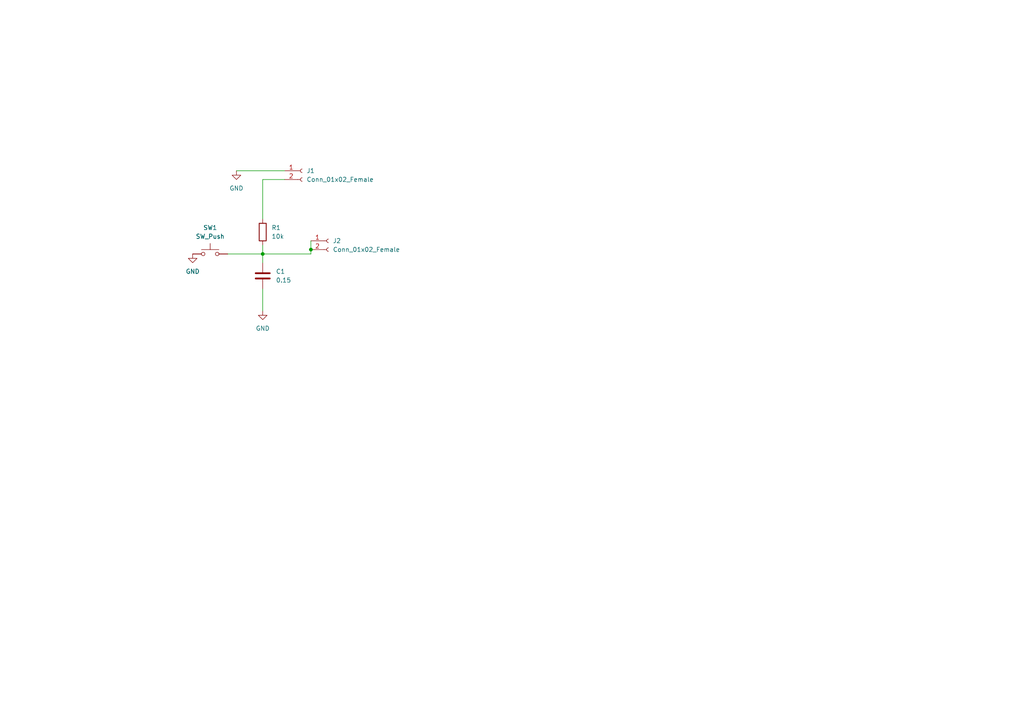
<source format=kicad_sch>
(kicad_sch (version 20211123) (generator eeschema)
  (paper "A4")
  (lib_symbols
    (symbol "Connector:Conn_01x02_Female" (pin_names (offset 1.016) hide)
      (property "Reference" "J" (at 0 2.54 0))
      (property "Value" "Conn_01x02_Female" (at 0 -5.08 0))
      (symbol "Conn_01x02_Female_1_1"
        (arc (start 0 -2.032) (mid -0.508 -2.54) (end 0 -3.048) (stroke (width 0.1524)))
        (polyline (pts (xy -1.27 -2.54) (xy -0.508 -2.54)) (stroke (width 0.1524)))
        (polyline (pts (xy -1.27 0) (xy -0.508 0)) (stroke (width 0.1524)))
        (arc (start 0 0.508) (mid -0.508 0) (end 0 -0.508) (stroke (width 0.1524)))
        (pin passive line (at -5.08 0 0) (length 3.81) (name "Pin_1") (number "1"))
        (pin passive line (at -5.08 -2.54 0) (length 3.81) (name "Pin_2") (number "2"))
      )
    )
    (symbol "Device:C" (pin_numbers hide) (pin_names (offset 0.254))
      (property "Reference" "C" (at 0.635 2.54 0))
      (property "Value" "C" (at 0.635 -2.54 0))
      (symbol "C_0_1"
        (polyline (pts (xy -2.032 -0.762) (xy 2.032 -0.762)) (stroke (width 0.508)))
        (polyline (pts (xy -2.032 0.762) (xy 2.032 0.762)) (stroke (width 0.508)))
      )
      (symbol "C_1_1"
        (pin passive line (at 0 3.81 270) (length 2.794) (name "~") (number "1"))
        (pin passive line (at 0 -3.81 90) (length 2.794) (name "~") (number "2"))
      )
    )
    (symbol "Device:R" (pin_numbers hide) (pin_names (offset 0))
      (property "Reference" "R" (at 2.032 0 90))
      (property "Value" "R" (at 0 0 90))
      (symbol "R_0_1"
        (rectangle (start -1.016 -2.54) (end 1.016 2.54) (stroke (width 0.254)))
      )
      (symbol "R_1_1"
        (pin passive line (at 0 3.81 270) (length 1.27) (name "~") (number "1"))
        (pin passive line (at 0 -3.81 90) (length 1.27) (name "~") (number "2"))
      )
    )
    (symbol "Switch:SW_Push" (pin_numbers hide) (pin_names (offset 1.016) hide)
      (property "Reference" "SW" (at 1.27 2.54 0))
      (property "Value" "SW_Push" (at 0 -1.524 0))
      (symbol "SW_Push_0_1"
        (circle (center -2.032 0) (radius 0.508))
        (polyline (pts (xy 0 1.27) (xy 0 3.048)))
        (polyline (pts (xy 2.54 1.27) (xy -2.54 1.27)))
        (circle (center 2.032 0) (radius 0.508))
        (pin passive line (at -5.08 0 0) (length 2.54) (name "1") (number "1"))
        (pin passive line (at 5.08 0 180) (length 2.54) (name "2") (number "2"))
      )
    )
    (symbol "power:GND" (power) (pin_names (offset 0))
      (property "Value" "GND" (at 0 -3.81 0))
      (symbol "GND_0_1"
        (polyline (pts (xy 0 0) (xy 0 -1.27) (xy 1.27 -1.27) (xy 0 -2.54) (xy -1.27 -1.27) (xy 0 -1.27)))
      )
      (symbol "GND_1_1"
        (pin power_in line (at 0 0 270) (length 0) hide (name "GND") (number "1"))
      )
    )
  )
  (junction (at 76.2 73.66))
  (junction (at 90.17 72.39))
  (wire (pts (xy 76.2 83.82) (xy 76.2 90.17)))
  (wire (pts (xy 68.58 49.53) (xy 82.55 49.53)))
  (wire (pts (xy 66.04 73.66) (xy 76.2 73.66)))
  (wire (pts (xy 90.17 73.66) (xy 90.17 72.39)))
  (wire (pts (xy 76.2 71.12) (xy 76.2 73.66)))
  (wire (pts (xy 76.2 52.07) (xy 82.55 52.07)))
  (wire (pts (xy 90.17 69.85) (xy 90.17 72.39)))
  (wire (pts (xy 76.2 63.5) (xy 76.2 52.07)))
  (wire (pts (xy 76.2 73.66) (xy 76.2 76.2)))
  (wire (pts (xy 76.2 73.66) (xy 90.17 73.66)))
  (symbol (lib_id "Connector:Conn_01x02_Female") (at 95.25 69.85 0) (unit 1)
    (property "Reference" "J2" (at 96.52 69.8499 0) (effects (justify left)))
    (property "Value" "Conn_01x02_Female" (at 96.52 72.3899 0) (effects (justify left)))
    (property "Footprint" "Connector_PinHeader_2.54mm:PinHeader_1x02_P2.54mm_Vertical" (effects hide))
  )
  (symbol (lib_id "power:GND") (at 55.88 73.66 0) (unit 1)
    (property "Reference" "#PWR0102" (effects hide))
    (property "Value" "GND" (at 55.88 78.74 0))
  )
  (symbol (lib_id "power:GND") (at 68.58 49.53 0) (unit 1)
    (property "Reference" "#PWR0103" (effects hide))
    (property "Value" "GND" (at 68.58 54.61 0))
  )
  (symbol (lib_id "power:GND") (at 76.2 90.17 0) (unit 1)
    (property "Reference" "#PWR0101" (effects hide))
    (property "Value" "GND" (at 76.2 95.25 0))
  )
  (symbol (lib_id "Connector:Conn_01x02_Female") (at 87.63 49.53 0) (unit 1)
    (property "Reference" "J1" (at 88.9 49.5299 0) (effects (justify left)))
    (property "Value" "Conn_01x02_Female" (at 88.9 52.0699 0) (effects (justify left)))
    (property "Footprint" "Connector_JST:JST_PH_B2B-PH-K_1x02_P2.00mm_Vertical" (effects hide))
  )
  (symbol (lib_id "Switch:SW_Push") (at 60.96 73.66 0) (unit 1)
    (property "Reference" "SW1" (at 60.96 66.04 0))
    (property "Value" "SW_Push" (at 60.96 68.58 0))
    (property "Footprint" "Button_Switch_THT:SW_PUSH-12mm_Wuerth-430476085716" (effects hide))
  )
  (symbol (lib_id "Device:C") (at 76.2 80.01 0) (unit 1)
    (property "Reference" "C1" (at 80.01 78.7399 0) (effects (justify left)))
    (property "Value" "0.15" (at 80.01 81.2799 0) (effects (justify left)))
    (property "Footprint" "Capacitor_THT:C_Disc_D4.7mm_W2.5mm_P5.00mm" (effects hide))
  )
  (symbol (lib_id "Device:R") (at 76.2 67.31 0) (unit 1)
    (property "Reference" "R1" (at 78.74 66.0399 0) (effects (justify left)))
    (property "Value" "10k" (at 78.74 68.5799 0) (effects (justify left)))
    (property "Footprint" "Resistor_THT:R_Axial_DIN0207_L6.3mm_D2.5mm_P10.16mm_Horizontal" (effects hide))
  )
)
</source>
